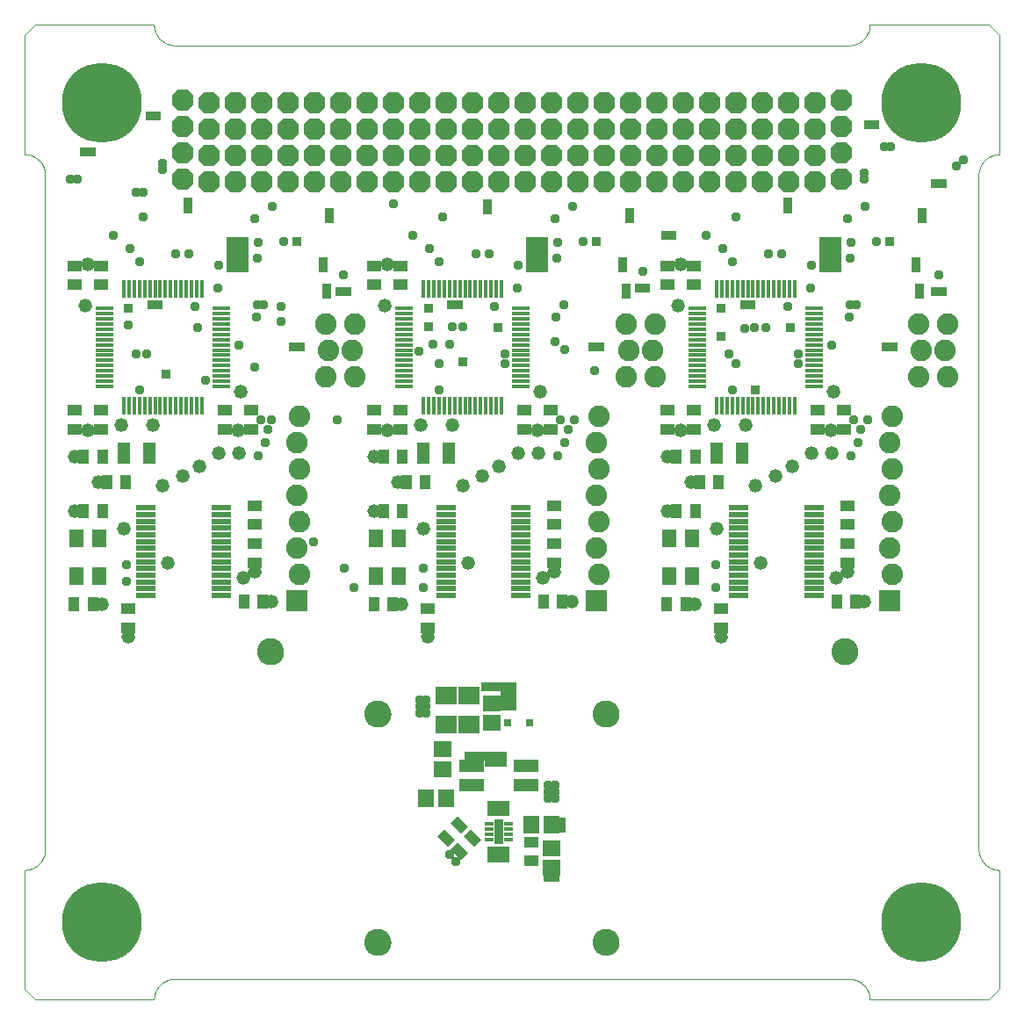
<source format=gbs>
G75*
%MOIN*%
%OFA0B0*%
%FSLAX25Y25*%
%IPPOS*%
%LPD*%
%AMOC8*
5,1,8,0,0,1.08239X$1,22.5*
%
%ADD10C,0.00000*%
%ADD11C,0.30328*%
%ADD12OC8,0.08200*%
%ADD13R,0.06902X0.01784*%
%ADD14R,0.01784X0.06902*%
%ADD15R,0.07690X0.02375*%
%ADD16R,0.04737X0.07887*%
%ADD17R,0.05524X0.03950*%
%ADD18R,0.03950X0.05524*%
%ADD19C,0.05200*%
%ADD20R,0.05721X0.07099*%
%ADD21R,0.01784X0.04737*%
%ADD22R,0.04737X0.01784*%
%ADD23R,0.08200X0.08200*%
%ADD24C,0.08200*%
%ADD25C,0.10209*%
%ADD26R,0.03202X0.09461*%
%ADD27R,0.03556X0.01784*%
%ADD28R,0.05918X0.06706*%
%ADD29R,0.06706X0.05918*%
%ADD30R,0.02769X0.02769*%
%ADD31R,0.09461X0.04737*%
%ADD32R,0.07887X0.07099*%
%ADD33C,0.03778*%
%ADD34R,0.03778X0.03778*%
D10*
X0087864Y0091801D02*
X0091801Y0087864D01*
X0137077Y0087864D01*
X0137079Y0088054D01*
X0137086Y0088244D01*
X0137098Y0088434D01*
X0137114Y0088624D01*
X0137134Y0088813D01*
X0137160Y0089002D01*
X0137189Y0089190D01*
X0137224Y0089377D01*
X0137263Y0089563D01*
X0137306Y0089748D01*
X0137354Y0089933D01*
X0137406Y0090116D01*
X0137462Y0090297D01*
X0137523Y0090477D01*
X0137589Y0090656D01*
X0137658Y0090833D01*
X0137732Y0091009D01*
X0137810Y0091182D01*
X0137893Y0091354D01*
X0137979Y0091523D01*
X0138069Y0091691D01*
X0138164Y0091856D01*
X0138262Y0092019D01*
X0138365Y0092179D01*
X0138471Y0092337D01*
X0138581Y0092492D01*
X0138694Y0092645D01*
X0138812Y0092795D01*
X0138933Y0092941D01*
X0139057Y0093085D01*
X0139185Y0093226D01*
X0139316Y0093364D01*
X0139451Y0093499D01*
X0139589Y0093630D01*
X0139730Y0093758D01*
X0139874Y0093882D01*
X0140020Y0094003D01*
X0140170Y0094121D01*
X0140323Y0094234D01*
X0140478Y0094344D01*
X0140636Y0094450D01*
X0140796Y0094553D01*
X0140959Y0094651D01*
X0141124Y0094746D01*
X0141292Y0094836D01*
X0141461Y0094922D01*
X0141633Y0095005D01*
X0141806Y0095083D01*
X0141982Y0095157D01*
X0142159Y0095226D01*
X0142338Y0095292D01*
X0142518Y0095353D01*
X0142699Y0095409D01*
X0142882Y0095461D01*
X0143067Y0095509D01*
X0143252Y0095552D01*
X0143438Y0095591D01*
X0143625Y0095626D01*
X0143813Y0095655D01*
X0144002Y0095681D01*
X0144191Y0095701D01*
X0144381Y0095717D01*
X0144571Y0095729D01*
X0144761Y0095736D01*
X0144951Y0095738D01*
X0400856Y0095738D01*
X0401046Y0095736D01*
X0401236Y0095729D01*
X0401426Y0095717D01*
X0401616Y0095701D01*
X0401805Y0095681D01*
X0401994Y0095655D01*
X0402182Y0095626D01*
X0402369Y0095591D01*
X0402555Y0095552D01*
X0402740Y0095509D01*
X0402925Y0095461D01*
X0403108Y0095409D01*
X0403289Y0095353D01*
X0403469Y0095292D01*
X0403648Y0095226D01*
X0403825Y0095157D01*
X0404001Y0095083D01*
X0404174Y0095005D01*
X0404346Y0094922D01*
X0404515Y0094836D01*
X0404683Y0094746D01*
X0404848Y0094651D01*
X0405011Y0094553D01*
X0405171Y0094450D01*
X0405329Y0094344D01*
X0405484Y0094234D01*
X0405637Y0094121D01*
X0405787Y0094003D01*
X0405933Y0093882D01*
X0406077Y0093758D01*
X0406218Y0093630D01*
X0406356Y0093499D01*
X0406491Y0093364D01*
X0406622Y0093226D01*
X0406750Y0093085D01*
X0406874Y0092941D01*
X0406995Y0092795D01*
X0407113Y0092645D01*
X0407226Y0092492D01*
X0407336Y0092337D01*
X0407442Y0092179D01*
X0407545Y0092019D01*
X0407643Y0091856D01*
X0407738Y0091691D01*
X0407828Y0091523D01*
X0407914Y0091354D01*
X0407997Y0091182D01*
X0408075Y0091009D01*
X0408149Y0090833D01*
X0408218Y0090656D01*
X0408284Y0090477D01*
X0408345Y0090297D01*
X0408401Y0090116D01*
X0408453Y0089933D01*
X0408501Y0089748D01*
X0408544Y0089563D01*
X0408583Y0089377D01*
X0408618Y0089190D01*
X0408647Y0089002D01*
X0408673Y0088813D01*
X0408693Y0088624D01*
X0408709Y0088434D01*
X0408721Y0088244D01*
X0408728Y0088054D01*
X0408730Y0087864D01*
X0454006Y0087864D01*
X0457943Y0091801D01*
X0457943Y0137077D01*
X0457753Y0137079D01*
X0457563Y0137086D01*
X0457373Y0137098D01*
X0457183Y0137114D01*
X0456994Y0137134D01*
X0456805Y0137160D01*
X0456617Y0137189D01*
X0456430Y0137224D01*
X0456244Y0137263D01*
X0456059Y0137306D01*
X0455874Y0137354D01*
X0455691Y0137406D01*
X0455510Y0137462D01*
X0455330Y0137523D01*
X0455151Y0137589D01*
X0454974Y0137658D01*
X0454798Y0137732D01*
X0454625Y0137810D01*
X0454453Y0137893D01*
X0454284Y0137979D01*
X0454116Y0138069D01*
X0453951Y0138164D01*
X0453788Y0138262D01*
X0453628Y0138365D01*
X0453470Y0138471D01*
X0453315Y0138581D01*
X0453162Y0138694D01*
X0453012Y0138812D01*
X0452866Y0138933D01*
X0452722Y0139057D01*
X0452581Y0139185D01*
X0452443Y0139316D01*
X0452308Y0139451D01*
X0452177Y0139589D01*
X0452049Y0139730D01*
X0451925Y0139874D01*
X0451804Y0140020D01*
X0451686Y0140170D01*
X0451573Y0140323D01*
X0451463Y0140478D01*
X0451357Y0140636D01*
X0451254Y0140796D01*
X0451156Y0140959D01*
X0451061Y0141124D01*
X0450971Y0141292D01*
X0450885Y0141461D01*
X0450802Y0141633D01*
X0450724Y0141806D01*
X0450650Y0141982D01*
X0450581Y0142159D01*
X0450515Y0142338D01*
X0450454Y0142518D01*
X0450398Y0142699D01*
X0450346Y0142882D01*
X0450298Y0143067D01*
X0450255Y0143252D01*
X0450216Y0143438D01*
X0450181Y0143625D01*
X0450152Y0143813D01*
X0450126Y0144002D01*
X0450106Y0144191D01*
X0450090Y0144381D01*
X0450078Y0144571D01*
X0450071Y0144761D01*
X0450069Y0144951D01*
X0450069Y0400856D01*
X0450071Y0401046D01*
X0450078Y0401236D01*
X0450090Y0401426D01*
X0450106Y0401616D01*
X0450126Y0401805D01*
X0450152Y0401994D01*
X0450181Y0402182D01*
X0450216Y0402369D01*
X0450255Y0402555D01*
X0450298Y0402740D01*
X0450346Y0402925D01*
X0450398Y0403108D01*
X0450454Y0403289D01*
X0450515Y0403469D01*
X0450581Y0403648D01*
X0450650Y0403825D01*
X0450724Y0404001D01*
X0450802Y0404174D01*
X0450885Y0404346D01*
X0450971Y0404515D01*
X0451061Y0404683D01*
X0451156Y0404848D01*
X0451254Y0405011D01*
X0451357Y0405171D01*
X0451463Y0405329D01*
X0451573Y0405484D01*
X0451686Y0405637D01*
X0451804Y0405787D01*
X0451925Y0405933D01*
X0452049Y0406077D01*
X0452177Y0406218D01*
X0452308Y0406356D01*
X0452443Y0406491D01*
X0452581Y0406622D01*
X0452722Y0406750D01*
X0452866Y0406874D01*
X0453012Y0406995D01*
X0453162Y0407113D01*
X0453315Y0407226D01*
X0453470Y0407336D01*
X0453628Y0407442D01*
X0453788Y0407545D01*
X0453951Y0407643D01*
X0454116Y0407738D01*
X0454284Y0407828D01*
X0454453Y0407914D01*
X0454625Y0407997D01*
X0454798Y0408075D01*
X0454974Y0408149D01*
X0455151Y0408218D01*
X0455330Y0408284D01*
X0455510Y0408345D01*
X0455691Y0408401D01*
X0455874Y0408453D01*
X0456059Y0408501D01*
X0456244Y0408544D01*
X0456430Y0408583D01*
X0456617Y0408618D01*
X0456805Y0408647D01*
X0456994Y0408673D01*
X0457183Y0408693D01*
X0457373Y0408709D01*
X0457563Y0408721D01*
X0457753Y0408728D01*
X0457943Y0408730D01*
X0457943Y0454006D01*
X0454006Y0457943D01*
X0408730Y0457943D01*
X0408728Y0457753D01*
X0408721Y0457563D01*
X0408709Y0457373D01*
X0408693Y0457183D01*
X0408673Y0456994D01*
X0408647Y0456805D01*
X0408618Y0456617D01*
X0408583Y0456430D01*
X0408544Y0456244D01*
X0408501Y0456059D01*
X0408453Y0455874D01*
X0408401Y0455691D01*
X0408345Y0455510D01*
X0408284Y0455330D01*
X0408218Y0455151D01*
X0408149Y0454974D01*
X0408075Y0454798D01*
X0407997Y0454625D01*
X0407914Y0454453D01*
X0407828Y0454284D01*
X0407738Y0454116D01*
X0407643Y0453951D01*
X0407545Y0453788D01*
X0407442Y0453628D01*
X0407336Y0453470D01*
X0407226Y0453315D01*
X0407113Y0453162D01*
X0406995Y0453012D01*
X0406874Y0452866D01*
X0406750Y0452722D01*
X0406622Y0452581D01*
X0406491Y0452443D01*
X0406356Y0452308D01*
X0406218Y0452177D01*
X0406077Y0452049D01*
X0405933Y0451925D01*
X0405787Y0451804D01*
X0405637Y0451686D01*
X0405484Y0451573D01*
X0405329Y0451463D01*
X0405171Y0451357D01*
X0405011Y0451254D01*
X0404848Y0451156D01*
X0404683Y0451061D01*
X0404515Y0450971D01*
X0404346Y0450885D01*
X0404174Y0450802D01*
X0404001Y0450724D01*
X0403825Y0450650D01*
X0403648Y0450581D01*
X0403469Y0450515D01*
X0403289Y0450454D01*
X0403108Y0450398D01*
X0402925Y0450346D01*
X0402740Y0450298D01*
X0402555Y0450255D01*
X0402369Y0450216D01*
X0402182Y0450181D01*
X0401994Y0450152D01*
X0401805Y0450126D01*
X0401616Y0450106D01*
X0401426Y0450090D01*
X0401236Y0450078D01*
X0401046Y0450071D01*
X0400856Y0450069D01*
X0144951Y0450069D01*
X0144761Y0450071D01*
X0144571Y0450078D01*
X0144381Y0450090D01*
X0144191Y0450106D01*
X0144002Y0450126D01*
X0143813Y0450152D01*
X0143625Y0450181D01*
X0143438Y0450216D01*
X0143252Y0450255D01*
X0143067Y0450298D01*
X0142882Y0450346D01*
X0142699Y0450398D01*
X0142518Y0450454D01*
X0142338Y0450515D01*
X0142159Y0450581D01*
X0141982Y0450650D01*
X0141806Y0450724D01*
X0141633Y0450802D01*
X0141461Y0450885D01*
X0141292Y0450971D01*
X0141124Y0451061D01*
X0140959Y0451156D01*
X0140796Y0451254D01*
X0140636Y0451357D01*
X0140478Y0451463D01*
X0140323Y0451573D01*
X0140170Y0451686D01*
X0140020Y0451804D01*
X0139874Y0451925D01*
X0139730Y0452049D01*
X0139589Y0452177D01*
X0139451Y0452308D01*
X0139316Y0452443D01*
X0139185Y0452581D01*
X0139057Y0452722D01*
X0138933Y0452866D01*
X0138812Y0453012D01*
X0138694Y0453162D01*
X0138581Y0453315D01*
X0138471Y0453470D01*
X0138365Y0453628D01*
X0138262Y0453788D01*
X0138164Y0453951D01*
X0138069Y0454116D01*
X0137979Y0454284D01*
X0137893Y0454453D01*
X0137810Y0454625D01*
X0137732Y0454798D01*
X0137658Y0454974D01*
X0137589Y0455151D01*
X0137523Y0455330D01*
X0137462Y0455510D01*
X0137406Y0455691D01*
X0137354Y0455874D01*
X0137306Y0456059D01*
X0137263Y0456244D01*
X0137224Y0456430D01*
X0137189Y0456617D01*
X0137160Y0456805D01*
X0137134Y0456994D01*
X0137114Y0457183D01*
X0137098Y0457373D01*
X0137086Y0457563D01*
X0137079Y0457753D01*
X0137077Y0457943D01*
X0091801Y0457943D01*
X0087864Y0454006D01*
X0087864Y0408730D01*
X0088054Y0408728D01*
X0088244Y0408721D01*
X0088434Y0408709D01*
X0088624Y0408693D01*
X0088813Y0408673D01*
X0089002Y0408647D01*
X0089190Y0408618D01*
X0089377Y0408583D01*
X0089563Y0408544D01*
X0089748Y0408501D01*
X0089933Y0408453D01*
X0090116Y0408401D01*
X0090297Y0408345D01*
X0090477Y0408284D01*
X0090656Y0408218D01*
X0090833Y0408149D01*
X0091009Y0408075D01*
X0091182Y0407997D01*
X0091354Y0407914D01*
X0091523Y0407828D01*
X0091691Y0407738D01*
X0091856Y0407643D01*
X0092019Y0407545D01*
X0092179Y0407442D01*
X0092337Y0407336D01*
X0092492Y0407226D01*
X0092645Y0407113D01*
X0092795Y0406995D01*
X0092941Y0406874D01*
X0093085Y0406750D01*
X0093226Y0406622D01*
X0093364Y0406491D01*
X0093499Y0406356D01*
X0093630Y0406218D01*
X0093758Y0406077D01*
X0093882Y0405933D01*
X0094003Y0405787D01*
X0094121Y0405637D01*
X0094234Y0405484D01*
X0094344Y0405329D01*
X0094450Y0405171D01*
X0094553Y0405011D01*
X0094651Y0404848D01*
X0094746Y0404683D01*
X0094836Y0404515D01*
X0094922Y0404346D01*
X0095005Y0404174D01*
X0095083Y0404001D01*
X0095157Y0403825D01*
X0095226Y0403648D01*
X0095292Y0403469D01*
X0095353Y0403289D01*
X0095409Y0403108D01*
X0095461Y0402925D01*
X0095509Y0402740D01*
X0095552Y0402555D01*
X0095591Y0402369D01*
X0095626Y0402182D01*
X0095655Y0401994D01*
X0095681Y0401805D01*
X0095701Y0401616D01*
X0095717Y0401426D01*
X0095729Y0401236D01*
X0095736Y0401046D01*
X0095738Y0400856D01*
X0095738Y0144951D01*
X0095736Y0144761D01*
X0095729Y0144571D01*
X0095717Y0144381D01*
X0095701Y0144191D01*
X0095681Y0144002D01*
X0095655Y0143813D01*
X0095626Y0143625D01*
X0095591Y0143438D01*
X0095552Y0143252D01*
X0095509Y0143067D01*
X0095461Y0142882D01*
X0095409Y0142699D01*
X0095353Y0142518D01*
X0095292Y0142338D01*
X0095226Y0142159D01*
X0095157Y0141982D01*
X0095083Y0141806D01*
X0095005Y0141633D01*
X0094922Y0141461D01*
X0094836Y0141292D01*
X0094746Y0141124D01*
X0094651Y0140959D01*
X0094553Y0140796D01*
X0094450Y0140636D01*
X0094344Y0140478D01*
X0094234Y0140323D01*
X0094121Y0140170D01*
X0094003Y0140020D01*
X0093882Y0139874D01*
X0093758Y0139730D01*
X0093630Y0139589D01*
X0093499Y0139451D01*
X0093364Y0139316D01*
X0093226Y0139185D01*
X0093085Y0139057D01*
X0092941Y0138933D01*
X0092795Y0138812D01*
X0092645Y0138694D01*
X0092492Y0138581D01*
X0092337Y0138471D01*
X0092179Y0138365D01*
X0092019Y0138262D01*
X0091856Y0138164D01*
X0091691Y0138069D01*
X0091523Y0137979D01*
X0091354Y0137893D01*
X0091182Y0137810D01*
X0091009Y0137732D01*
X0090833Y0137658D01*
X0090656Y0137589D01*
X0090477Y0137523D01*
X0090297Y0137462D01*
X0090116Y0137406D01*
X0089933Y0137354D01*
X0089748Y0137306D01*
X0089563Y0137263D01*
X0089377Y0137224D01*
X0089190Y0137189D01*
X0089002Y0137160D01*
X0088813Y0137134D01*
X0088624Y0137114D01*
X0088434Y0137098D01*
X0088244Y0137086D01*
X0088054Y0137079D01*
X0087864Y0137077D01*
X0087864Y0091801D01*
X0217391Y0109596D02*
X0217393Y0109733D01*
X0217399Y0109870D01*
X0217409Y0110006D01*
X0217423Y0110142D01*
X0217441Y0110278D01*
X0217462Y0110413D01*
X0217488Y0110547D01*
X0217518Y0110681D01*
X0217551Y0110814D01*
X0217589Y0110945D01*
X0217630Y0111076D01*
X0217675Y0111205D01*
X0217723Y0111333D01*
X0217776Y0111460D01*
X0217832Y0111584D01*
X0217891Y0111708D01*
X0217955Y0111829D01*
X0218021Y0111948D01*
X0218091Y0112066D01*
X0218165Y0112181D01*
X0218242Y0112295D01*
X0218322Y0112406D01*
X0218405Y0112514D01*
X0218492Y0112620D01*
X0218581Y0112724D01*
X0218674Y0112825D01*
X0218769Y0112923D01*
X0218867Y0113018D01*
X0218968Y0113111D01*
X0219072Y0113200D01*
X0219178Y0113287D01*
X0219286Y0113370D01*
X0219397Y0113450D01*
X0219511Y0113527D01*
X0219626Y0113601D01*
X0219743Y0113671D01*
X0219863Y0113737D01*
X0219984Y0113801D01*
X0220108Y0113860D01*
X0220232Y0113916D01*
X0220359Y0113969D01*
X0220487Y0114017D01*
X0220616Y0114062D01*
X0220747Y0114103D01*
X0220878Y0114141D01*
X0221011Y0114174D01*
X0221145Y0114204D01*
X0221279Y0114230D01*
X0221414Y0114251D01*
X0221550Y0114269D01*
X0221686Y0114283D01*
X0221822Y0114293D01*
X0221959Y0114299D01*
X0222096Y0114301D01*
X0222233Y0114299D01*
X0222370Y0114293D01*
X0222506Y0114283D01*
X0222642Y0114269D01*
X0222778Y0114251D01*
X0222913Y0114230D01*
X0223047Y0114204D01*
X0223181Y0114174D01*
X0223314Y0114141D01*
X0223445Y0114103D01*
X0223576Y0114062D01*
X0223705Y0114017D01*
X0223833Y0113969D01*
X0223960Y0113916D01*
X0224084Y0113860D01*
X0224208Y0113801D01*
X0224329Y0113737D01*
X0224448Y0113671D01*
X0224566Y0113601D01*
X0224681Y0113527D01*
X0224795Y0113450D01*
X0224906Y0113370D01*
X0225014Y0113287D01*
X0225120Y0113200D01*
X0225224Y0113111D01*
X0225325Y0113018D01*
X0225423Y0112923D01*
X0225518Y0112825D01*
X0225611Y0112724D01*
X0225700Y0112620D01*
X0225787Y0112514D01*
X0225870Y0112406D01*
X0225950Y0112295D01*
X0226027Y0112181D01*
X0226101Y0112066D01*
X0226171Y0111948D01*
X0226237Y0111829D01*
X0226301Y0111708D01*
X0226360Y0111584D01*
X0226416Y0111460D01*
X0226469Y0111333D01*
X0226517Y0111205D01*
X0226562Y0111076D01*
X0226603Y0110945D01*
X0226641Y0110814D01*
X0226674Y0110681D01*
X0226704Y0110547D01*
X0226730Y0110413D01*
X0226751Y0110278D01*
X0226769Y0110142D01*
X0226783Y0110006D01*
X0226793Y0109870D01*
X0226799Y0109733D01*
X0226801Y0109596D01*
X0226799Y0109459D01*
X0226793Y0109322D01*
X0226783Y0109186D01*
X0226769Y0109050D01*
X0226751Y0108914D01*
X0226730Y0108779D01*
X0226704Y0108645D01*
X0226674Y0108511D01*
X0226641Y0108378D01*
X0226603Y0108247D01*
X0226562Y0108116D01*
X0226517Y0107987D01*
X0226469Y0107859D01*
X0226416Y0107732D01*
X0226360Y0107608D01*
X0226301Y0107484D01*
X0226237Y0107363D01*
X0226171Y0107243D01*
X0226101Y0107126D01*
X0226027Y0107011D01*
X0225950Y0106897D01*
X0225870Y0106786D01*
X0225787Y0106678D01*
X0225700Y0106572D01*
X0225611Y0106468D01*
X0225518Y0106367D01*
X0225423Y0106269D01*
X0225325Y0106174D01*
X0225224Y0106081D01*
X0225120Y0105992D01*
X0225014Y0105905D01*
X0224906Y0105822D01*
X0224795Y0105742D01*
X0224681Y0105665D01*
X0224566Y0105591D01*
X0224449Y0105521D01*
X0224329Y0105455D01*
X0224208Y0105391D01*
X0224084Y0105332D01*
X0223960Y0105276D01*
X0223833Y0105223D01*
X0223705Y0105175D01*
X0223576Y0105130D01*
X0223445Y0105089D01*
X0223314Y0105051D01*
X0223181Y0105018D01*
X0223047Y0104988D01*
X0222913Y0104962D01*
X0222778Y0104941D01*
X0222642Y0104923D01*
X0222506Y0104909D01*
X0222370Y0104899D01*
X0222233Y0104893D01*
X0222096Y0104891D01*
X0221959Y0104893D01*
X0221822Y0104899D01*
X0221686Y0104909D01*
X0221550Y0104923D01*
X0221414Y0104941D01*
X0221279Y0104962D01*
X0221145Y0104988D01*
X0221011Y0105018D01*
X0220878Y0105051D01*
X0220747Y0105089D01*
X0220616Y0105130D01*
X0220487Y0105175D01*
X0220359Y0105223D01*
X0220232Y0105276D01*
X0220108Y0105332D01*
X0219984Y0105391D01*
X0219863Y0105455D01*
X0219743Y0105521D01*
X0219626Y0105591D01*
X0219511Y0105665D01*
X0219397Y0105742D01*
X0219286Y0105822D01*
X0219178Y0105905D01*
X0219072Y0105992D01*
X0218968Y0106081D01*
X0218867Y0106174D01*
X0218769Y0106269D01*
X0218674Y0106367D01*
X0218581Y0106468D01*
X0218492Y0106572D01*
X0218405Y0106678D01*
X0218322Y0106786D01*
X0218242Y0106897D01*
X0218165Y0107011D01*
X0218091Y0107126D01*
X0218021Y0107243D01*
X0217955Y0107363D01*
X0217891Y0107484D01*
X0217832Y0107608D01*
X0217776Y0107732D01*
X0217723Y0107859D01*
X0217675Y0107987D01*
X0217630Y0108116D01*
X0217589Y0108247D01*
X0217551Y0108378D01*
X0217518Y0108511D01*
X0217488Y0108645D01*
X0217462Y0108779D01*
X0217441Y0108914D01*
X0217423Y0109050D01*
X0217409Y0109186D01*
X0217399Y0109322D01*
X0217393Y0109459D01*
X0217391Y0109596D01*
X0217391Y0196211D02*
X0217393Y0196348D01*
X0217399Y0196485D01*
X0217409Y0196621D01*
X0217423Y0196757D01*
X0217441Y0196893D01*
X0217462Y0197028D01*
X0217488Y0197162D01*
X0217518Y0197296D01*
X0217551Y0197429D01*
X0217589Y0197560D01*
X0217630Y0197691D01*
X0217675Y0197820D01*
X0217723Y0197948D01*
X0217776Y0198075D01*
X0217832Y0198199D01*
X0217891Y0198323D01*
X0217955Y0198444D01*
X0218021Y0198563D01*
X0218091Y0198681D01*
X0218165Y0198796D01*
X0218242Y0198910D01*
X0218322Y0199021D01*
X0218405Y0199129D01*
X0218492Y0199235D01*
X0218581Y0199339D01*
X0218674Y0199440D01*
X0218769Y0199538D01*
X0218867Y0199633D01*
X0218968Y0199726D01*
X0219072Y0199815D01*
X0219178Y0199902D01*
X0219286Y0199985D01*
X0219397Y0200065D01*
X0219511Y0200142D01*
X0219626Y0200216D01*
X0219743Y0200286D01*
X0219863Y0200352D01*
X0219984Y0200416D01*
X0220108Y0200475D01*
X0220232Y0200531D01*
X0220359Y0200584D01*
X0220487Y0200632D01*
X0220616Y0200677D01*
X0220747Y0200718D01*
X0220878Y0200756D01*
X0221011Y0200789D01*
X0221145Y0200819D01*
X0221279Y0200845D01*
X0221414Y0200866D01*
X0221550Y0200884D01*
X0221686Y0200898D01*
X0221822Y0200908D01*
X0221959Y0200914D01*
X0222096Y0200916D01*
X0222233Y0200914D01*
X0222370Y0200908D01*
X0222506Y0200898D01*
X0222642Y0200884D01*
X0222778Y0200866D01*
X0222913Y0200845D01*
X0223047Y0200819D01*
X0223181Y0200789D01*
X0223314Y0200756D01*
X0223445Y0200718D01*
X0223576Y0200677D01*
X0223705Y0200632D01*
X0223833Y0200584D01*
X0223960Y0200531D01*
X0224084Y0200475D01*
X0224208Y0200416D01*
X0224329Y0200352D01*
X0224448Y0200286D01*
X0224566Y0200216D01*
X0224681Y0200142D01*
X0224795Y0200065D01*
X0224906Y0199985D01*
X0225014Y0199902D01*
X0225120Y0199815D01*
X0225224Y0199726D01*
X0225325Y0199633D01*
X0225423Y0199538D01*
X0225518Y0199440D01*
X0225611Y0199339D01*
X0225700Y0199235D01*
X0225787Y0199129D01*
X0225870Y0199021D01*
X0225950Y0198910D01*
X0226027Y0198796D01*
X0226101Y0198681D01*
X0226171Y0198563D01*
X0226237Y0198444D01*
X0226301Y0198323D01*
X0226360Y0198199D01*
X0226416Y0198075D01*
X0226469Y0197948D01*
X0226517Y0197820D01*
X0226562Y0197691D01*
X0226603Y0197560D01*
X0226641Y0197429D01*
X0226674Y0197296D01*
X0226704Y0197162D01*
X0226730Y0197028D01*
X0226751Y0196893D01*
X0226769Y0196757D01*
X0226783Y0196621D01*
X0226793Y0196485D01*
X0226799Y0196348D01*
X0226801Y0196211D01*
X0226799Y0196074D01*
X0226793Y0195937D01*
X0226783Y0195801D01*
X0226769Y0195665D01*
X0226751Y0195529D01*
X0226730Y0195394D01*
X0226704Y0195260D01*
X0226674Y0195126D01*
X0226641Y0194993D01*
X0226603Y0194862D01*
X0226562Y0194731D01*
X0226517Y0194602D01*
X0226469Y0194474D01*
X0226416Y0194347D01*
X0226360Y0194223D01*
X0226301Y0194099D01*
X0226237Y0193978D01*
X0226171Y0193858D01*
X0226101Y0193741D01*
X0226027Y0193626D01*
X0225950Y0193512D01*
X0225870Y0193401D01*
X0225787Y0193293D01*
X0225700Y0193187D01*
X0225611Y0193083D01*
X0225518Y0192982D01*
X0225423Y0192884D01*
X0225325Y0192789D01*
X0225224Y0192696D01*
X0225120Y0192607D01*
X0225014Y0192520D01*
X0224906Y0192437D01*
X0224795Y0192357D01*
X0224681Y0192280D01*
X0224566Y0192206D01*
X0224449Y0192136D01*
X0224329Y0192070D01*
X0224208Y0192006D01*
X0224084Y0191947D01*
X0223960Y0191891D01*
X0223833Y0191838D01*
X0223705Y0191790D01*
X0223576Y0191745D01*
X0223445Y0191704D01*
X0223314Y0191666D01*
X0223181Y0191633D01*
X0223047Y0191603D01*
X0222913Y0191577D01*
X0222778Y0191556D01*
X0222642Y0191538D01*
X0222506Y0191524D01*
X0222370Y0191514D01*
X0222233Y0191508D01*
X0222096Y0191506D01*
X0221959Y0191508D01*
X0221822Y0191514D01*
X0221686Y0191524D01*
X0221550Y0191538D01*
X0221414Y0191556D01*
X0221279Y0191577D01*
X0221145Y0191603D01*
X0221011Y0191633D01*
X0220878Y0191666D01*
X0220747Y0191704D01*
X0220616Y0191745D01*
X0220487Y0191790D01*
X0220359Y0191838D01*
X0220232Y0191891D01*
X0220108Y0191947D01*
X0219984Y0192006D01*
X0219863Y0192070D01*
X0219743Y0192136D01*
X0219626Y0192206D01*
X0219511Y0192280D01*
X0219397Y0192357D01*
X0219286Y0192437D01*
X0219178Y0192520D01*
X0219072Y0192607D01*
X0218968Y0192696D01*
X0218867Y0192789D01*
X0218769Y0192884D01*
X0218674Y0192982D01*
X0218581Y0193083D01*
X0218492Y0193187D01*
X0218405Y0193293D01*
X0218322Y0193401D01*
X0218242Y0193512D01*
X0218165Y0193626D01*
X0218091Y0193741D01*
X0218021Y0193858D01*
X0217955Y0193978D01*
X0217891Y0194099D01*
X0217832Y0194223D01*
X0217776Y0194347D01*
X0217723Y0194474D01*
X0217675Y0194602D01*
X0217630Y0194731D01*
X0217589Y0194862D01*
X0217551Y0194993D01*
X0217518Y0195126D01*
X0217488Y0195260D01*
X0217462Y0195394D01*
X0217441Y0195529D01*
X0217423Y0195665D01*
X0217409Y0195801D01*
X0217399Y0195937D01*
X0217393Y0196074D01*
X0217391Y0196211D01*
X0176643Y0219833D02*
X0176645Y0219970D01*
X0176651Y0220107D01*
X0176661Y0220243D01*
X0176675Y0220379D01*
X0176693Y0220515D01*
X0176714Y0220650D01*
X0176740Y0220784D01*
X0176770Y0220918D01*
X0176803Y0221051D01*
X0176841Y0221182D01*
X0176882Y0221313D01*
X0176927Y0221442D01*
X0176975Y0221570D01*
X0177028Y0221697D01*
X0177084Y0221821D01*
X0177143Y0221945D01*
X0177207Y0222066D01*
X0177273Y0222185D01*
X0177343Y0222303D01*
X0177417Y0222418D01*
X0177494Y0222532D01*
X0177574Y0222643D01*
X0177657Y0222751D01*
X0177744Y0222857D01*
X0177833Y0222961D01*
X0177926Y0223062D01*
X0178021Y0223160D01*
X0178119Y0223255D01*
X0178220Y0223348D01*
X0178324Y0223437D01*
X0178430Y0223524D01*
X0178538Y0223607D01*
X0178649Y0223687D01*
X0178763Y0223764D01*
X0178878Y0223838D01*
X0178995Y0223908D01*
X0179115Y0223974D01*
X0179236Y0224038D01*
X0179360Y0224097D01*
X0179484Y0224153D01*
X0179611Y0224206D01*
X0179739Y0224254D01*
X0179868Y0224299D01*
X0179999Y0224340D01*
X0180130Y0224378D01*
X0180263Y0224411D01*
X0180397Y0224441D01*
X0180531Y0224467D01*
X0180666Y0224488D01*
X0180802Y0224506D01*
X0180938Y0224520D01*
X0181074Y0224530D01*
X0181211Y0224536D01*
X0181348Y0224538D01*
X0181485Y0224536D01*
X0181622Y0224530D01*
X0181758Y0224520D01*
X0181894Y0224506D01*
X0182030Y0224488D01*
X0182165Y0224467D01*
X0182299Y0224441D01*
X0182433Y0224411D01*
X0182566Y0224378D01*
X0182697Y0224340D01*
X0182828Y0224299D01*
X0182957Y0224254D01*
X0183085Y0224206D01*
X0183212Y0224153D01*
X0183336Y0224097D01*
X0183460Y0224038D01*
X0183581Y0223974D01*
X0183700Y0223908D01*
X0183818Y0223838D01*
X0183933Y0223764D01*
X0184047Y0223687D01*
X0184158Y0223607D01*
X0184266Y0223524D01*
X0184372Y0223437D01*
X0184476Y0223348D01*
X0184577Y0223255D01*
X0184675Y0223160D01*
X0184770Y0223062D01*
X0184863Y0222961D01*
X0184952Y0222857D01*
X0185039Y0222751D01*
X0185122Y0222643D01*
X0185202Y0222532D01*
X0185279Y0222418D01*
X0185353Y0222303D01*
X0185423Y0222185D01*
X0185489Y0222066D01*
X0185553Y0221945D01*
X0185612Y0221821D01*
X0185668Y0221697D01*
X0185721Y0221570D01*
X0185769Y0221442D01*
X0185814Y0221313D01*
X0185855Y0221182D01*
X0185893Y0221051D01*
X0185926Y0220918D01*
X0185956Y0220784D01*
X0185982Y0220650D01*
X0186003Y0220515D01*
X0186021Y0220379D01*
X0186035Y0220243D01*
X0186045Y0220107D01*
X0186051Y0219970D01*
X0186053Y0219833D01*
X0186051Y0219696D01*
X0186045Y0219559D01*
X0186035Y0219423D01*
X0186021Y0219287D01*
X0186003Y0219151D01*
X0185982Y0219016D01*
X0185956Y0218882D01*
X0185926Y0218748D01*
X0185893Y0218615D01*
X0185855Y0218484D01*
X0185814Y0218353D01*
X0185769Y0218224D01*
X0185721Y0218096D01*
X0185668Y0217969D01*
X0185612Y0217845D01*
X0185553Y0217721D01*
X0185489Y0217600D01*
X0185423Y0217480D01*
X0185353Y0217363D01*
X0185279Y0217248D01*
X0185202Y0217134D01*
X0185122Y0217023D01*
X0185039Y0216915D01*
X0184952Y0216809D01*
X0184863Y0216705D01*
X0184770Y0216604D01*
X0184675Y0216506D01*
X0184577Y0216411D01*
X0184476Y0216318D01*
X0184372Y0216229D01*
X0184266Y0216142D01*
X0184158Y0216059D01*
X0184047Y0215979D01*
X0183933Y0215902D01*
X0183818Y0215828D01*
X0183701Y0215758D01*
X0183581Y0215692D01*
X0183460Y0215628D01*
X0183336Y0215569D01*
X0183212Y0215513D01*
X0183085Y0215460D01*
X0182957Y0215412D01*
X0182828Y0215367D01*
X0182697Y0215326D01*
X0182566Y0215288D01*
X0182433Y0215255D01*
X0182299Y0215225D01*
X0182165Y0215199D01*
X0182030Y0215178D01*
X0181894Y0215160D01*
X0181758Y0215146D01*
X0181622Y0215136D01*
X0181485Y0215130D01*
X0181348Y0215128D01*
X0181211Y0215130D01*
X0181074Y0215136D01*
X0180938Y0215146D01*
X0180802Y0215160D01*
X0180666Y0215178D01*
X0180531Y0215199D01*
X0180397Y0215225D01*
X0180263Y0215255D01*
X0180130Y0215288D01*
X0179999Y0215326D01*
X0179868Y0215367D01*
X0179739Y0215412D01*
X0179611Y0215460D01*
X0179484Y0215513D01*
X0179360Y0215569D01*
X0179236Y0215628D01*
X0179115Y0215692D01*
X0178995Y0215758D01*
X0178878Y0215828D01*
X0178763Y0215902D01*
X0178649Y0215979D01*
X0178538Y0216059D01*
X0178430Y0216142D01*
X0178324Y0216229D01*
X0178220Y0216318D01*
X0178119Y0216411D01*
X0178021Y0216506D01*
X0177926Y0216604D01*
X0177833Y0216705D01*
X0177744Y0216809D01*
X0177657Y0216915D01*
X0177574Y0217023D01*
X0177494Y0217134D01*
X0177417Y0217248D01*
X0177343Y0217363D01*
X0177273Y0217480D01*
X0177207Y0217600D01*
X0177143Y0217721D01*
X0177084Y0217845D01*
X0177028Y0217969D01*
X0176975Y0218096D01*
X0176927Y0218224D01*
X0176882Y0218353D01*
X0176841Y0218484D01*
X0176803Y0218615D01*
X0176770Y0218748D01*
X0176740Y0218882D01*
X0176714Y0219016D01*
X0176693Y0219151D01*
X0176675Y0219287D01*
X0176661Y0219423D01*
X0176651Y0219559D01*
X0176645Y0219696D01*
X0176643Y0219833D01*
X0304006Y0196211D02*
X0304008Y0196348D01*
X0304014Y0196485D01*
X0304024Y0196621D01*
X0304038Y0196757D01*
X0304056Y0196893D01*
X0304077Y0197028D01*
X0304103Y0197162D01*
X0304133Y0197296D01*
X0304166Y0197429D01*
X0304204Y0197560D01*
X0304245Y0197691D01*
X0304290Y0197820D01*
X0304338Y0197948D01*
X0304391Y0198075D01*
X0304447Y0198199D01*
X0304506Y0198323D01*
X0304570Y0198444D01*
X0304636Y0198563D01*
X0304706Y0198681D01*
X0304780Y0198796D01*
X0304857Y0198910D01*
X0304937Y0199021D01*
X0305020Y0199129D01*
X0305107Y0199235D01*
X0305196Y0199339D01*
X0305289Y0199440D01*
X0305384Y0199538D01*
X0305482Y0199633D01*
X0305583Y0199726D01*
X0305687Y0199815D01*
X0305793Y0199902D01*
X0305901Y0199985D01*
X0306012Y0200065D01*
X0306126Y0200142D01*
X0306241Y0200216D01*
X0306358Y0200286D01*
X0306478Y0200352D01*
X0306599Y0200416D01*
X0306723Y0200475D01*
X0306847Y0200531D01*
X0306974Y0200584D01*
X0307102Y0200632D01*
X0307231Y0200677D01*
X0307362Y0200718D01*
X0307493Y0200756D01*
X0307626Y0200789D01*
X0307760Y0200819D01*
X0307894Y0200845D01*
X0308029Y0200866D01*
X0308165Y0200884D01*
X0308301Y0200898D01*
X0308437Y0200908D01*
X0308574Y0200914D01*
X0308711Y0200916D01*
X0308848Y0200914D01*
X0308985Y0200908D01*
X0309121Y0200898D01*
X0309257Y0200884D01*
X0309393Y0200866D01*
X0309528Y0200845D01*
X0309662Y0200819D01*
X0309796Y0200789D01*
X0309929Y0200756D01*
X0310060Y0200718D01*
X0310191Y0200677D01*
X0310320Y0200632D01*
X0310448Y0200584D01*
X0310575Y0200531D01*
X0310699Y0200475D01*
X0310823Y0200416D01*
X0310944Y0200352D01*
X0311063Y0200286D01*
X0311181Y0200216D01*
X0311296Y0200142D01*
X0311410Y0200065D01*
X0311521Y0199985D01*
X0311629Y0199902D01*
X0311735Y0199815D01*
X0311839Y0199726D01*
X0311940Y0199633D01*
X0312038Y0199538D01*
X0312133Y0199440D01*
X0312226Y0199339D01*
X0312315Y0199235D01*
X0312402Y0199129D01*
X0312485Y0199021D01*
X0312565Y0198910D01*
X0312642Y0198796D01*
X0312716Y0198681D01*
X0312786Y0198563D01*
X0312852Y0198444D01*
X0312916Y0198323D01*
X0312975Y0198199D01*
X0313031Y0198075D01*
X0313084Y0197948D01*
X0313132Y0197820D01*
X0313177Y0197691D01*
X0313218Y0197560D01*
X0313256Y0197429D01*
X0313289Y0197296D01*
X0313319Y0197162D01*
X0313345Y0197028D01*
X0313366Y0196893D01*
X0313384Y0196757D01*
X0313398Y0196621D01*
X0313408Y0196485D01*
X0313414Y0196348D01*
X0313416Y0196211D01*
X0313414Y0196074D01*
X0313408Y0195937D01*
X0313398Y0195801D01*
X0313384Y0195665D01*
X0313366Y0195529D01*
X0313345Y0195394D01*
X0313319Y0195260D01*
X0313289Y0195126D01*
X0313256Y0194993D01*
X0313218Y0194862D01*
X0313177Y0194731D01*
X0313132Y0194602D01*
X0313084Y0194474D01*
X0313031Y0194347D01*
X0312975Y0194223D01*
X0312916Y0194099D01*
X0312852Y0193978D01*
X0312786Y0193858D01*
X0312716Y0193741D01*
X0312642Y0193626D01*
X0312565Y0193512D01*
X0312485Y0193401D01*
X0312402Y0193293D01*
X0312315Y0193187D01*
X0312226Y0193083D01*
X0312133Y0192982D01*
X0312038Y0192884D01*
X0311940Y0192789D01*
X0311839Y0192696D01*
X0311735Y0192607D01*
X0311629Y0192520D01*
X0311521Y0192437D01*
X0311410Y0192357D01*
X0311296Y0192280D01*
X0311181Y0192206D01*
X0311064Y0192136D01*
X0310944Y0192070D01*
X0310823Y0192006D01*
X0310699Y0191947D01*
X0310575Y0191891D01*
X0310448Y0191838D01*
X0310320Y0191790D01*
X0310191Y0191745D01*
X0310060Y0191704D01*
X0309929Y0191666D01*
X0309796Y0191633D01*
X0309662Y0191603D01*
X0309528Y0191577D01*
X0309393Y0191556D01*
X0309257Y0191538D01*
X0309121Y0191524D01*
X0308985Y0191514D01*
X0308848Y0191508D01*
X0308711Y0191506D01*
X0308574Y0191508D01*
X0308437Y0191514D01*
X0308301Y0191524D01*
X0308165Y0191538D01*
X0308029Y0191556D01*
X0307894Y0191577D01*
X0307760Y0191603D01*
X0307626Y0191633D01*
X0307493Y0191666D01*
X0307362Y0191704D01*
X0307231Y0191745D01*
X0307102Y0191790D01*
X0306974Y0191838D01*
X0306847Y0191891D01*
X0306723Y0191947D01*
X0306599Y0192006D01*
X0306478Y0192070D01*
X0306358Y0192136D01*
X0306241Y0192206D01*
X0306126Y0192280D01*
X0306012Y0192357D01*
X0305901Y0192437D01*
X0305793Y0192520D01*
X0305687Y0192607D01*
X0305583Y0192696D01*
X0305482Y0192789D01*
X0305384Y0192884D01*
X0305289Y0192982D01*
X0305196Y0193083D01*
X0305107Y0193187D01*
X0305020Y0193293D01*
X0304937Y0193401D01*
X0304857Y0193512D01*
X0304780Y0193626D01*
X0304706Y0193741D01*
X0304636Y0193858D01*
X0304570Y0193978D01*
X0304506Y0194099D01*
X0304447Y0194223D01*
X0304391Y0194347D01*
X0304338Y0194474D01*
X0304290Y0194602D01*
X0304245Y0194731D01*
X0304204Y0194862D01*
X0304166Y0194993D01*
X0304133Y0195126D01*
X0304103Y0195260D01*
X0304077Y0195394D01*
X0304056Y0195529D01*
X0304038Y0195665D01*
X0304024Y0195801D01*
X0304014Y0195937D01*
X0304008Y0196074D01*
X0304006Y0196211D01*
X0304006Y0109596D02*
X0304008Y0109733D01*
X0304014Y0109870D01*
X0304024Y0110006D01*
X0304038Y0110142D01*
X0304056Y0110278D01*
X0304077Y0110413D01*
X0304103Y0110547D01*
X0304133Y0110681D01*
X0304166Y0110814D01*
X0304204Y0110945D01*
X0304245Y0111076D01*
X0304290Y0111205D01*
X0304338Y0111333D01*
X0304391Y0111460D01*
X0304447Y0111584D01*
X0304506Y0111708D01*
X0304570Y0111829D01*
X0304636Y0111948D01*
X0304706Y0112066D01*
X0304780Y0112181D01*
X0304857Y0112295D01*
X0304937Y0112406D01*
X0305020Y0112514D01*
X0305107Y0112620D01*
X0305196Y0112724D01*
X0305289Y0112825D01*
X0305384Y0112923D01*
X0305482Y0113018D01*
X0305583Y0113111D01*
X0305687Y0113200D01*
X0305793Y0113287D01*
X0305901Y0113370D01*
X0306012Y0113450D01*
X0306126Y0113527D01*
X0306241Y0113601D01*
X0306358Y0113671D01*
X0306478Y0113737D01*
X0306599Y0113801D01*
X0306723Y0113860D01*
X0306847Y0113916D01*
X0306974Y0113969D01*
X0307102Y0114017D01*
X0307231Y0114062D01*
X0307362Y0114103D01*
X0307493Y0114141D01*
X0307626Y0114174D01*
X0307760Y0114204D01*
X0307894Y0114230D01*
X0308029Y0114251D01*
X0308165Y0114269D01*
X0308301Y0114283D01*
X0308437Y0114293D01*
X0308574Y0114299D01*
X0308711Y0114301D01*
X0308848Y0114299D01*
X0308985Y0114293D01*
X0309121Y0114283D01*
X0309257Y0114269D01*
X0309393Y0114251D01*
X0309528Y0114230D01*
X0309662Y0114204D01*
X0309796Y0114174D01*
X0309929Y0114141D01*
X0310060Y0114103D01*
X0310191Y0114062D01*
X0310320Y0114017D01*
X0310448Y0113969D01*
X0310575Y0113916D01*
X0310699Y0113860D01*
X0310823Y0113801D01*
X0310944Y0113737D01*
X0311063Y0113671D01*
X0311181Y0113601D01*
X0311296Y0113527D01*
X0311410Y0113450D01*
X0311521Y0113370D01*
X0311629Y0113287D01*
X0311735Y0113200D01*
X0311839Y0113111D01*
X0311940Y0113018D01*
X0312038Y0112923D01*
X0312133Y0112825D01*
X0312226Y0112724D01*
X0312315Y0112620D01*
X0312402Y0112514D01*
X0312485Y0112406D01*
X0312565Y0112295D01*
X0312642Y0112181D01*
X0312716Y0112066D01*
X0312786Y0111948D01*
X0312852Y0111829D01*
X0312916Y0111708D01*
X0312975Y0111584D01*
X0313031Y0111460D01*
X0313084Y0111333D01*
X0313132Y0111205D01*
X0313177Y0111076D01*
X0313218Y0110945D01*
X0313256Y0110814D01*
X0313289Y0110681D01*
X0313319Y0110547D01*
X0313345Y0110413D01*
X0313366Y0110278D01*
X0313384Y0110142D01*
X0313398Y0110006D01*
X0313408Y0109870D01*
X0313414Y0109733D01*
X0313416Y0109596D01*
X0313414Y0109459D01*
X0313408Y0109322D01*
X0313398Y0109186D01*
X0313384Y0109050D01*
X0313366Y0108914D01*
X0313345Y0108779D01*
X0313319Y0108645D01*
X0313289Y0108511D01*
X0313256Y0108378D01*
X0313218Y0108247D01*
X0313177Y0108116D01*
X0313132Y0107987D01*
X0313084Y0107859D01*
X0313031Y0107732D01*
X0312975Y0107608D01*
X0312916Y0107484D01*
X0312852Y0107363D01*
X0312786Y0107243D01*
X0312716Y0107126D01*
X0312642Y0107011D01*
X0312565Y0106897D01*
X0312485Y0106786D01*
X0312402Y0106678D01*
X0312315Y0106572D01*
X0312226Y0106468D01*
X0312133Y0106367D01*
X0312038Y0106269D01*
X0311940Y0106174D01*
X0311839Y0106081D01*
X0311735Y0105992D01*
X0311629Y0105905D01*
X0311521Y0105822D01*
X0311410Y0105742D01*
X0311296Y0105665D01*
X0311181Y0105591D01*
X0311064Y0105521D01*
X0310944Y0105455D01*
X0310823Y0105391D01*
X0310699Y0105332D01*
X0310575Y0105276D01*
X0310448Y0105223D01*
X0310320Y0105175D01*
X0310191Y0105130D01*
X0310060Y0105089D01*
X0309929Y0105051D01*
X0309796Y0105018D01*
X0309662Y0104988D01*
X0309528Y0104962D01*
X0309393Y0104941D01*
X0309257Y0104923D01*
X0309121Y0104909D01*
X0308985Y0104899D01*
X0308848Y0104893D01*
X0308711Y0104891D01*
X0308574Y0104893D01*
X0308437Y0104899D01*
X0308301Y0104909D01*
X0308165Y0104923D01*
X0308029Y0104941D01*
X0307894Y0104962D01*
X0307760Y0104988D01*
X0307626Y0105018D01*
X0307493Y0105051D01*
X0307362Y0105089D01*
X0307231Y0105130D01*
X0307102Y0105175D01*
X0306974Y0105223D01*
X0306847Y0105276D01*
X0306723Y0105332D01*
X0306599Y0105391D01*
X0306478Y0105455D01*
X0306358Y0105521D01*
X0306241Y0105591D01*
X0306126Y0105665D01*
X0306012Y0105742D01*
X0305901Y0105822D01*
X0305793Y0105905D01*
X0305687Y0105992D01*
X0305583Y0106081D01*
X0305482Y0106174D01*
X0305384Y0106269D01*
X0305289Y0106367D01*
X0305196Y0106468D01*
X0305107Y0106572D01*
X0305020Y0106678D01*
X0304937Y0106786D01*
X0304857Y0106897D01*
X0304780Y0107011D01*
X0304706Y0107126D01*
X0304636Y0107243D01*
X0304570Y0107363D01*
X0304506Y0107484D01*
X0304447Y0107608D01*
X0304391Y0107732D01*
X0304338Y0107859D01*
X0304290Y0107987D01*
X0304245Y0108116D01*
X0304204Y0108247D01*
X0304166Y0108378D01*
X0304133Y0108511D01*
X0304103Y0108645D01*
X0304077Y0108779D01*
X0304056Y0108914D01*
X0304038Y0109050D01*
X0304024Y0109186D01*
X0304014Y0109322D01*
X0304008Y0109459D01*
X0304006Y0109596D01*
X0394557Y0219833D02*
X0394559Y0219970D01*
X0394565Y0220107D01*
X0394575Y0220243D01*
X0394589Y0220379D01*
X0394607Y0220515D01*
X0394628Y0220650D01*
X0394654Y0220784D01*
X0394684Y0220918D01*
X0394717Y0221051D01*
X0394755Y0221182D01*
X0394796Y0221313D01*
X0394841Y0221442D01*
X0394889Y0221570D01*
X0394942Y0221697D01*
X0394998Y0221821D01*
X0395057Y0221945D01*
X0395121Y0222066D01*
X0395187Y0222185D01*
X0395257Y0222303D01*
X0395331Y0222418D01*
X0395408Y0222532D01*
X0395488Y0222643D01*
X0395571Y0222751D01*
X0395658Y0222857D01*
X0395747Y0222961D01*
X0395840Y0223062D01*
X0395935Y0223160D01*
X0396033Y0223255D01*
X0396134Y0223348D01*
X0396238Y0223437D01*
X0396344Y0223524D01*
X0396452Y0223607D01*
X0396563Y0223687D01*
X0396677Y0223764D01*
X0396792Y0223838D01*
X0396909Y0223908D01*
X0397029Y0223974D01*
X0397150Y0224038D01*
X0397274Y0224097D01*
X0397398Y0224153D01*
X0397525Y0224206D01*
X0397653Y0224254D01*
X0397782Y0224299D01*
X0397913Y0224340D01*
X0398044Y0224378D01*
X0398177Y0224411D01*
X0398311Y0224441D01*
X0398445Y0224467D01*
X0398580Y0224488D01*
X0398716Y0224506D01*
X0398852Y0224520D01*
X0398988Y0224530D01*
X0399125Y0224536D01*
X0399262Y0224538D01*
X0399399Y0224536D01*
X0399536Y0224530D01*
X0399672Y0224520D01*
X0399808Y0224506D01*
X0399944Y0224488D01*
X0400079Y0224467D01*
X0400213Y0224441D01*
X0400347Y0224411D01*
X0400480Y0224378D01*
X0400611Y0224340D01*
X0400742Y0224299D01*
X0400871Y0224254D01*
X0400999Y0224206D01*
X0401126Y0224153D01*
X0401250Y0224097D01*
X0401374Y0224038D01*
X0401495Y0223974D01*
X0401614Y0223908D01*
X0401732Y0223838D01*
X0401847Y0223764D01*
X0401961Y0223687D01*
X0402072Y0223607D01*
X0402180Y0223524D01*
X0402286Y0223437D01*
X0402390Y0223348D01*
X0402491Y0223255D01*
X0402589Y0223160D01*
X0402684Y0223062D01*
X0402777Y0222961D01*
X0402866Y0222857D01*
X0402953Y0222751D01*
X0403036Y0222643D01*
X0403116Y0222532D01*
X0403193Y0222418D01*
X0403267Y0222303D01*
X0403337Y0222185D01*
X0403403Y0222066D01*
X0403467Y0221945D01*
X0403526Y0221821D01*
X0403582Y0221697D01*
X0403635Y0221570D01*
X0403683Y0221442D01*
X0403728Y0221313D01*
X0403769Y0221182D01*
X0403807Y0221051D01*
X0403840Y0220918D01*
X0403870Y0220784D01*
X0403896Y0220650D01*
X0403917Y0220515D01*
X0403935Y0220379D01*
X0403949Y0220243D01*
X0403959Y0220107D01*
X0403965Y0219970D01*
X0403967Y0219833D01*
X0403965Y0219696D01*
X0403959Y0219559D01*
X0403949Y0219423D01*
X0403935Y0219287D01*
X0403917Y0219151D01*
X0403896Y0219016D01*
X0403870Y0218882D01*
X0403840Y0218748D01*
X0403807Y0218615D01*
X0403769Y0218484D01*
X0403728Y0218353D01*
X0403683Y0218224D01*
X0403635Y0218096D01*
X0403582Y0217969D01*
X0403526Y0217845D01*
X0403467Y0217721D01*
X0403403Y0217600D01*
X0403337Y0217480D01*
X0403267Y0217363D01*
X0403193Y0217248D01*
X0403116Y0217134D01*
X0403036Y0217023D01*
X0402953Y0216915D01*
X0402866Y0216809D01*
X0402777Y0216705D01*
X0402684Y0216604D01*
X0402589Y0216506D01*
X0402491Y0216411D01*
X0402390Y0216318D01*
X0402286Y0216229D01*
X0402180Y0216142D01*
X0402072Y0216059D01*
X0401961Y0215979D01*
X0401847Y0215902D01*
X0401732Y0215828D01*
X0401615Y0215758D01*
X0401495Y0215692D01*
X0401374Y0215628D01*
X0401250Y0215569D01*
X0401126Y0215513D01*
X0400999Y0215460D01*
X0400871Y0215412D01*
X0400742Y0215367D01*
X0400611Y0215326D01*
X0400480Y0215288D01*
X0400347Y0215255D01*
X0400213Y0215225D01*
X0400079Y0215199D01*
X0399944Y0215178D01*
X0399808Y0215160D01*
X0399672Y0215146D01*
X0399536Y0215136D01*
X0399399Y0215130D01*
X0399262Y0215128D01*
X0399125Y0215130D01*
X0398988Y0215136D01*
X0398852Y0215146D01*
X0398716Y0215160D01*
X0398580Y0215178D01*
X0398445Y0215199D01*
X0398311Y0215225D01*
X0398177Y0215255D01*
X0398044Y0215288D01*
X0397913Y0215326D01*
X0397782Y0215367D01*
X0397653Y0215412D01*
X0397525Y0215460D01*
X0397398Y0215513D01*
X0397274Y0215569D01*
X0397150Y0215628D01*
X0397029Y0215692D01*
X0396909Y0215758D01*
X0396792Y0215828D01*
X0396677Y0215902D01*
X0396563Y0215979D01*
X0396452Y0216059D01*
X0396344Y0216142D01*
X0396238Y0216229D01*
X0396134Y0216318D01*
X0396033Y0216411D01*
X0395935Y0216506D01*
X0395840Y0216604D01*
X0395747Y0216705D01*
X0395658Y0216809D01*
X0395571Y0216915D01*
X0395488Y0217023D01*
X0395408Y0217134D01*
X0395331Y0217248D01*
X0395257Y0217363D01*
X0395187Y0217480D01*
X0395121Y0217600D01*
X0395057Y0217721D01*
X0394998Y0217845D01*
X0394942Y0217969D01*
X0394889Y0218096D01*
X0394841Y0218224D01*
X0394796Y0218353D01*
X0394755Y0218484D01*
X0394717Y0218615D01*
X0394684Y0218748D01*
X0394654Y0218882D01*
X0394628Y0219016D01*
X0394607Y0219151D01*
X0394589Y0219287D01*
X0394575Y0219423D01*
X0394565Y0219559D01*
X0394559Y0219696D01*
X0394557Y0219833D01*
D11*
X0428415Y0117392D03*
X0117392Y0117392D03*
X0117392Y0428415D03*
X0428415Y0428415D03*
D12*
X0397904Y0429415D03*
X0387904Y0428415D03*
X0387904Y0418415D03*
X0397904Y0419415D03*
X0397904Y0409415D03*
X0387904Y0408415D03*
X0397904Y0399415D03*
X0387904Y0398415D03*
X0377904Y0398415D03*
X0377904Y0408415D03*
X0377904Y0418415D03*
X0377904Y0428415D03*
X0367904Y0428415D03*
X0367904Y0418415D03*
X0367904Y0408415D03*
X0367904Y0398415D03*
X0357904Y0398415D03*
X0357904Y0408415D03*
X0357904Y0418415D03*
X0357904Y0428415D03*
X0347904Y0428415D03*
X0347904Y0418415D03*
X0347904Y0408415D03*
X0347904Y0398415D03*
X0337904Y0398415D03*
X0327904Y0398415D03*
X0327904Y0408415D03*
X0337904Y0408415D03*
X0337904Y0418415D03*
X0327904Y0418415D03*
X0327904Y0428415D03*
X0337904Y0428415D03*
X0317904Y0428415D03*
X0317904Y0418415D03*
X0317904Y0408415D03*
X0317904Y0398415D03*
X0307904Y0398415D03*
X0307904Y0408415D03*
X0307904Y0418415D03*
X0307904Y0428415D03*
X0297904Y0428415D03*
X0297904Y0418415D03*
X0297904Y0408415D03*
X0297904Y0398415D03*
X0287904Y0398415D03*
X0287904Y0408415D03*
X0287904Y0418415D03*
X0287904Y0428415D03*
X0277904Y0428415D03*
X0267904Y0428415D03*
X0267904Y0418415D03*
X0277904Y0418415D03*
X0277904Y0408415D03*
X0267904Y0408415D03*
X0267904Y0398415D03*
X0277904Y0398415D03*
X0257904Y0398415D03*
X0257904Y0408415D03*
X0257904Y0418415D03*
X0257904Y0428415D03*
X0247904Y0428415D03*
X0247904Y0418415D03*
X0247904Y0408415D03*
X0247904Y0398415D03*
X0237904Y0398415D03*
X0237904Y0408415D03*
X0237904Y0418415D03*
X0237904Y0428415D03*
X0227904Y0428415D03*
X0227904Y0418415D03*
X0227904Y0408415D03*
X0227904Y0398415D03*
X0217904Y0398415D03*
X0207904Y0398415D03*
X0207904Y0408415D03*
X0217904Y0408415D03*
X0217904Y0418415D03*
X0207904Y0418415D03*
X0207904Y0428415D03*
X0217904Y0428415D03*
X0197904Y0428415D03*
X0197904Y0418415D03*
X0197904Y0408415D03*
X0197904Y0398415D03*
X0187904Y0398415D03*
X0187904Y0408415D03*
X0187904Y0418415D03*
X0187904Y0428415D03*
X0177904Y0428415D03*
X0177904Y0418415D03*
X0177904Y0408415D03*
X0177904Y0398415D03*
X0167904Y0398415D03*
X0167904Y0408415D03*
X0167904Y0418415D03*
X0167904Y0428415D03*
X0157904Y0428415D03*
X0147904Y0429415D03*
X0147904Y0419415D03*
X0147904Y0409415D03*
X0157904Y0408415D03*
X0147904Y0399415D03*
X0157904Y0398415D03*
X0157904Y0418415D03*
D13*
X0162451Y0350167D03*
X0162451Y0348199D03*
X0162451Y0346230D03*
X0162451Y0344262D03*
X0162451Y0342293D03*
X0162451Y0340325D03*
X0162451Y0338356D03*
X0162451Y0336388D03*
X0162451Y0334419D03*
X0162451Y0332451D03*
X0162451Y0330482D03*
X0162451Y0328514D03*
X0162451Y0326545D03*
X0162451Y0324577D03*
X0162451Y0322608D03*
X0162451Y0320640D03*
X0118356Y0320640D03*
X0118356Y0322608D03*
X0118356Y0324577D03*
X0118356Y0326545D03*
X0118356Y0328514D03*
X0118356Y0330482D03*
X0118356Y0332451D03*
X0118356Y0334419D03*
X0118356Y0336388D03*
X0118356Y0338356D03*
X0118356Y0340325D03*
X0118356Y0342293D03*
X0118356Y0344262D03*
X0118356Y0346230D03*
X0118356Y0348199D03*
X0118356Y0350167D03*
X0232106Y0350167D03*
X0232106Y0348199D03*
X0232106Y0346230D03*
X0232106Y0344262D03*
X0232106Y0342293D03*
X0232106Y0340325D03*
X0232106Y0338356D03*
X0232106Y0336388D03*
X0232106Y0334419D03*
X0232106Y0332451D03*
X0232106Y0330482D03*
X0232106Y0328514D03*
X0232106Y0326545D03*
X0232106Y0324577D03*
X0232106Y0322608D03*
X0232106Y0320640D03*
X0276201Y0320640D03*
X0276201Y0322608D03*
X0276201Y0324577D03*
X0276201Y0326545D03*
X0276201Y0328514D03*
X0276201Y0330482D03*
X0276201Y0332451D03*
X0276201Y0334419D03*
X0276201Y0336388D03*
X0276201Y0338356D03*
X0276201Y0340325D03*
X0276201Y0342293D03*
X0276201Y0344262D03*
X0276201Y0346230D03*
X0276201Y0348199D03*
X0276201Y0350167D03*
X0343356Y0350167D03*
X0343356Y0348199D03*
X0343356Y0346230D03*
X0343356Y0344262D03*
X0343356Y0342293D03*
X0343356Y0340325D03*
X0343356Y0338356D03*
X0343356Y0336388D03*
X0343356Y0334419D03*
X0343356Y0332451D03*
X0343356Y0330482D03*
X0343356Y0328514D03*
X0343356Y0326545D03*
X0343356Y0324577D03*
X0343356Y0322608D03*
X0343356Y0320640D03*
X0387451Y0320640D03*
X0387451Y0322608D03*
X0387451Y0324577D03*
X0387451Y0326545D03*
X0387451Y0328514D03*
X0387451Y0330482D03*
X0387451Y0332451D03*
X0387451Y0334419D03*
X0387451Y0336388D03*
X0387451Y0338356D03*
X0387451Y0340325D03*
X0387451Y0342293D03*
X0387451Y0344262D03*
X0387451Y0346230D03*
X0387451Y0348199D03*
X0387451Y0350167D03*
D14*
X0380167Y0357451D03*
X0378199Y0357451D03*
X0376230Y0357451D03*
X0374262Y0357451D03*
X0372293Y0357451D03*
X0370325Y0357451D03*
X0368356Y0357451D03*
X0366388Y0357451D03*
X0364419Y0357451D03*
X0362451Y0357451D03*
X0360482Y0357451D03*
X0358514Y0357451D03*
X0356545Y0357451D03*
X0354577Y0357451D03*
X0352608Y0357451D03*
X0350640Y0357451D03*
X0350640Y0313356D03*
X0352608Y0313356D03*
X0354577Y0313356D03*
X0356545Y0313356D03*
X0358514Y0313356D03*
X0360482Y0313356D03*
X0362451Y0313356D03*
X0364419Y0313356D03*
X0366388Y0313356D03*
X0368356Y0313356D03*
X0370325Y0313356D03*
X0372293Y0313356D03*
X0374262Y0313356D03*
X0376230Y0313356D03*
X0378199Y0313356D03*
X0380167Y0313356D03*
X0268917Y0313356D03*
X0266949Y0313356D03*
X0264980Y0313356D03*
X0263012Y0313356D03*
X0261043Y0313356D03*
X0259075Y0313356D03*
X0257106Y0313356D03*
X0255138Y0313356D03*
X0253169Y0313356D03*
X0251201Y0313356D03*
X0249232Y0313356D03*
X0247264Y0313356D03*
X0245295Y0313356D03*
X0243327Y0313356D03*
X0241358Y0313356D03*
X0239390Y0313356D03*
X0239390Y0357451D03*
X0241358Y0357451D03*
X0243327Y0357451D03*
X0245295Y0357451D03*
X0247264Y0357451D03*
X0249232Y0357451D03*
X0251201Y0357451D03*
X0253169Y0357451D03*
X0255138Y0357451D03*
X0257106Y0357451D03*
X0259075Y0357451D03*
X0261043Y0357451D03*
X0263012Y0357451D03*
X0264980Y0357451D03*
X0266949Y0357451D03*
X0268917Y0357451D03*
X0155167Y0357451D03*
X0153199Y0357451D03*
X0151230Y0357451D03*
X0149262Y0357451D03*
X0147293Y0357451D03*
X0145325Y0357451D03*
X0143356Y0357451D03*
X0141388Y0357451D03*
X0139419Y0357451D03*
X0137451Y0357451D03*
X0135482Y0357451D03*
X0133514Y0357451D03*
X0131545Y0357451D03*
X0129577Y0357451D03*
X0127608Y0357451D03*
X0125640Y0357451D03*
X0125640Y0313356D03*
X0127608Y0313356D03*
X0129577Y0313356D03*
X0131545Y0313356D03*
X0133514Y0313356D03*
X0135482Y0313356D03*
X0137451Y0313356D03*
X0139419Y0313356D03*
X0141388Y0313356D03*
X0143356Y0313356D03*
X0145325Y0313356D03*
X0147293Y0313356D03*
X0149262Y0313356D03*
X0151230Y0313356D03*
X0153199Y0313356D03*
X0155167Y0313356D03*
D15*
X0162451Y0274537D03*
X0162451Y0271978D03*
X0162451Y0269419D03*
X0162451Y0266860D03*
X0162451Y0264301D03*
X0162451Y0261742D03*
X0162451Y0259183D03*
X0162451Y0256624D03*
X0162451Y0254065D03*
X0162451Y0251506D03*
X0162451Y0248947D03*
X0162451Y0246388D03*
X0162451Y0243829D03*
X0162451Y0241270D03*
X0134104Y0241270D03*
X0134104Y0243829D03*
X0134104Y0246388D03*
X0134104Y0248947D03*
X0134104Y0251506D03*
X0134104Y0254065D03*
X0134104Y0256624D03*
X0134104Y0259183D03*
X0134104Y0261742D03*
X0134104Y0264301D03*
X0134104Y0266860D03*
X0134104Y0269419D03*
X0134104Y0271978D03*
X0134104Y0274537D03*
X0247854Y0274537D03*
X0247854Y0271978D03*
X0247854Y0269419D03*
X0247854Y0266860D03*
X0247854Y0264301D03*
X0247854Y0261742D03*
X0247854Y0259183D03*
X0247854Y0256624D03*
X0247854Y0254065D03*
X0247854Y0251506D03*
X0247854Y0248947D03*
X0247854Y0246388D03*
X0247854Y0243829D03*
X0247854Y0241270D03*
X0276201Y0241270D03*
X0276201Y0243829D03*
X0276201Y0246388D03*
X0276201Y0248947D03*
X0276201Y0251506D03*
X0276201Y0254065D03*
X0276201Y0256624D03*
X0276201Y0259183D03*
X0276201Y0261742D03*
X0276201Y0264301D03*
X0276201Y0266860D03*
X0276201Y0269419D03*
X0276201Y0271978D03*
X0276201Y0274537D03*
X0359104Y0274537D03*
X0359104Y0271978D03*
X0359104Y0269419D03*
X0359104Y0266860D03*
X0359104Y0264301D03*
X0359104Y0261742D03*
X0359104Y0259183D03*
X0359104Y0256624D03*
X0359104Y0254065D03*
X0359104Y0251506D03*
X0359104Y0248947D03*
X0359104Y0246388D03*
X0359104Y0243829D03*
X0359104Y0241270D03*
X0387451Y0241270D03*
X0387451Y0243829D03*
X0387451Y0246388D03*
X0387451Y0248947D03*
X0387451Y0251506D03*
X0387451Y0254065D03*
X0387451Y0256624D03*
X0387451Y0259183D03*
X0387451Y0261742D03*
X0387451Y0264301D03*
X0387451Y0266860D03*
X0387451Y0269419D03*
X0387451Y0271978D03*
X0387451Y0274537D03*
D16*
X0360325Y0295404D03*
X0350482Y0295404D03*
X0249075Y0295404D03*
X0239232Y0295404D03*
X0135325Y0295404D03*
X0125482Y0295404D03*
D17*
X0116781Y0304380D03*
X0116781Y0311467D03*
X0106939Y0311467D03*
X0106939Y0304380D03*
X0106939Y0359341D03*
X0106939Y0366427D03*
X0116781Y0366427D03*
X0116781Y0359341D03*
X0164026Y0311467D03*
X0173868Y0311467D03*
X0173868Y0304380D03*
X0164026Y0304380D03*
X0175344Y0275384D03*
X0175344Y0268297D03*
X0175344Y0260778D03*
X0175344Y0253691D03*
X0127116Y0236171D03*
X0127116Y0229085D03*
X0220689Y0304380D03*
X0220689Y0311467D03*
X0230531Y0311467D03*
X0230531Y0304380D03*
X0277776Y0304380D03*
X0277776Y0311467D03*
X0287618Y0311467D03*
X0287618Y0304380D03*
X0289094Y0275384D03*
X0289094Y0268297D03*
X0289094Y0260778D03*
X0289094Y0253691D03*
X0240866Y0236171D03*
X0240866Y0229085D03*
X0280404Y0147697D03*
X0280404Y0140610D03*
X0352116Y0229085D03*
X0352116Y0236171D03*
X0400344Y0253691D03*
X0400344Y0260778D03*
X0400344Y0268297D03*
X0400344Y0275384D03*
X0398868Y0304380D03*
X0398868Y0311467D03*
X0389026Y0311467D03*
X0389026Y0304380D03*
X0341781Y0304380D03*
X0341781Y0311467D03*
X0331939Y0311467D03*
X0331939Y0304380D03*
X0331939Y0359341D03*
X0331939Y0366427D03*
X0341781Y0366427D03*
X0341781Y0359341D03*
X0230531Y0359341D03*
X0230531Y0366427D03*
X0220689Y0366427D03*
X0220689Y0359341D03*
D18*
X0224114Y0294065D03*
X0231201Y0294065D03*
X0232972Y0284222D03*
X0240059Y0284222D03*
X0231201Y0273396D03*
X0224114Y0273396D03*
X0227598Y0237963D03*
X0220512Y0237963D03*
X0178317Y0238947D03*
X0171230Y0238947D03*
X0126309Y0284222D03*
X0119222Y0284222D03*
X0117451Y0294065D03*
X0110364Y0294065D03*
X0110364Y0273396D03*
X0117451Y0273396D03*
X0113848Y0237963D03*
X0106762Y0237963D03*
G36*
X0244549Y0149704D02*
X0247342Y0152497D01*
X0251247Y0148592D01*
X0248454Y0145799D01*
X0244549Y0149704D01*
G37*
G36*
X0249560Y0154715D02*
X0252353Y0157508D01*
X0256258Y0153603D01*
X0253465Y0150810D01*
X0249560Y0154715D01*
G37*
G36*
X0261258Y0148603D02*
X0258465Y0145810D01*
X0254560Y0149715D01*
X0257353Y0152508D01*
X0261258Y0148603D01*
G37*
G36*
X0256247Y0143592D02*
X0253454Y0140799D01*
X0249549Y0144704D01*
X0252342Y0147497D01*
X0256247Y0143592D01*
G37*
X0284980Y0238947D03*
X0292067Y0238947D03*
X0331762Y0237963D03*
X0338848Y0237963D03*
X0335364Y0273396D03*
X0342451Y0273396D03*
X0344222Y0284222D03*
X0351309Y0284222D03*
X0342451Y0294065D03*
X0335364Y0294065D03*
X0396230Y0238947D03*
X0403317Y0238947D03*
D19*
X0406742Y0238947D03*
X0400344Y0250266D03*
X0395915Y0247805D03*
X0367372Y0253711D03*
X0350640Y0266506D03*
X0365404Y0282854D03*
X0372885Y0286767D03*
X0379133Y0290389D03*
X0386654Y0295404D03*
X0394154Y0295404D03*
X0393947Y0303907D03*
X0394931Y0318671D03*
X0361467Y0305876D03*
X0349656Y0305876D03*
X0336860Y0303907D03*
X0331939Y0294065D03*
X0340797Y0284222D03*
X0331939Y0273396D03*
X0342274Y0237963D03*
X0352116Y0225659D03*
X0295492Y0238947D03*
X0289094Y0250266D03*
X0284665Y0247805D03*
X0256122Y0253711D03*
X0239390Y0266506D03*
X0220689Y0273396D03*
X0229547Y0284222D03*
X0220689Y0294065D03*
X0225610Y0303907D03*
X0238406Y0305876D03*
X0250217Y0305876D03*
X0261635Y0286767D03*
X0254154Y0282854D03*
X0267883Y0290389D03*
X0275404Y0295404D03*
X0282904Y0295404D03*
X0282697Y0303907D03*
X0283681Y0318671D03*
X0335876Y0351152D03*
X0336860Y0366900D03*
X0225610Y0366900D03*
X0224626Y0351152D03*
X0169931Y0318671D03*
X0168947Y0303907D03*
X0169154Y0295404D03*
X0161654Y0295404D03*
X0154133Y0290389D03*
X0147885Y0286767D03*
X0140404Y0282854D03*
X0125640Y0266506D03*
X0142372Y0253711D03*
X0170915Y0247805D03*
X0175344Y0250266D03*
X0181742Y0238947D03*
X0231024Y0237963D03*
X0240866Y0225659D03*
X0136467Y0305876D03*
X0124656Y0305876D03*
X0111860Y0303907D03*
X0106939Y0294065D03*
X0115797Y0284222D03*
X0106939Y0273396D03*
X0117274Y0237963D03*
X0127116Y0225659D03*
X0110876Y0351152D03*
X0111860Y0366900D03*
D20*
X0107608Y0263041D03*
X0116270Y0263041D03*
X0116270Y0248474D03*
X0107608Y0248474D03*
X0221358Y0248474D03*
X0230020Y0248474D03*
X0230020Y0263041D03*
X0221358Y0263041D03*
X0332608Y0263041D03*
X0341270Y0263041D03*
X0341270Y0248474D03*
X0332608Y0248474D03*
D21*
X0284272Y0238947D03*
X0395522Y0238947D03*
X0170522Y0238947D03*
D22*
X0175344Y0261093D03*
X0127116Y0236486D03*
X0107008Y0312159D03*
X0106808Y0358878D03*
X0173873Y0312237D03*
X0220758Y0312159D03*
X0220558Y0358878D03*
X0287623Y0312237D03*
X0332008Y0312159D03*
X0331808Y0358878D03*
X0398873Y0312237D03*
X0400344Y0261093D03*
X0352116Y0236486D03*
X0289094Y0261093D03*
X0240866Y0236486D03*
D23*
X0191154Y0239154D03*
X0304904Y0239154D03*
X0416154Y0239154D03*
D24*
X0417154Y0249154D03*
X0416154Y0259154D03*
X0417154Y0269154D03*
X0416154Y0279154D03*
X0417154Y0289154D03*
X0416154Y0299154D03*
X0417154Y0309154D03*
X0427404Y0324154D03*
X0428404Y0334154D03*
X0437404Y0334154D03*
X0438404Y0344154D03*
X0427404Y0344154D03*
X0438404Y0324154D03*
X0327154Y0324154D03*
X0326154Y0334154D03*
X0317154Y0334154D03*
X0316154Y0344154D03*
X0327154Y0344154D03*
X0316154Y0324154D03*
X0305904Y0309154D03*
X0304904Y0299154D03*
X0305904Y0289154D03*
X0304904Y0279154D03*
X0305904Y0269154D03*
X0304904Y0259154D03*
X0305904Y0249154D03*
X0213404Y0324154D03*
X0212404Y0334154D03*
X0203404Y0334154D03*
X0202404Y0344154D03*
X0213404Y0344154D03*
X0202404Y0324154D03*
X0192154Y0309154D03*
X0191154Y0299154D03*
X0192154Y0289154D03*
X0191154Y0279154D03*
X0192154Y0269154D03*
X0191154Y0259154D03*
X0192154Y0249154D03*
D25*
X0181348Y0219833D03*
X0222096Y0196211D03*
X0222096Y0109596D03*
X0308711Y0109596D03*
X0308711Y0196211D03*
X0399262Y0219833D03*
D26*
X0267904Y0151654D03*
D27*
X0271545Y0152638D03*
X0271545Y0154606D03*
X0271545Y0150669D03*
X0271545Y0148701D03*
X0264262Y0148701D03*
X0264262Y0150669D03*
X0264262Y0152638D03*
X0264262Y0154606D03*
D28*
X0280413Y0154154D03*
X0287894Y0154154D03*
X0247894Y0164154D03*
X0240413Y0164154D03*
D29*
X0246654Y0175413D03*
X0246654Y0182894D03*
X0265404Y0192913D03*
X0265404Y0200394D03*
X0287904Y0145394D03*
X0287904Y0137913D03*
D30*
X0279537Y0192904D03*
X0271270Y0192904D03*
D31*
X0278337Y0176447D03*
X0278337Y0169360D03*
X0257470Y0169360D03*
X0257470Y0176447D03*
D32*
X0256654Y0192392D03*
X0247904Y0192392D03*
X0247904Y0203415D03*
X0256654Y0203415D03*
D33*
X0240404Y0201654D03*
X0240404Y0199154D03*
X0240404Y0196654D03*
X0237904Y0196654D03*
X0237904Y0199154D03*
X0237904Y0201654D03*
X0239154Y0244154D03*
X0239154Y0251654D03*
X0212904Y0244154D03*
X0209154Y0251654D03*
X0197654Y0261654D03*
X0176654Y0294154D03*
X0179154Y0299154D03*
X0180404Y0304154D03*
X0181654Y0307904D03*
X0177499Y0307923D03*
X0175404Y0327904D03*
X0169154Y0336371D03*
X0175982Y0346816D03*
X0176262Y0351760D03*
X0178762Y0351760D03*
X0185404Y0350981D03*
X0185404Y0345404D03*
X0176262Y0369260D03*
X0176513Y0375404D03*
X0175404Y0384154D03*
X0182030Y0388777D03*
X0186262Y0375510D03*
X0209012Y0363010D03*
X0235404Y0377904D03*
X0241654Y0372904D03*
X0245404Y0367904D03*
X0259154Y0370899D03*
X0264154Y0370899D03*
X0275404Y0366654D03*
X0275012Y0358010D03*
X0266228Y0350829D03*
X0254181Y0343399D03*
X0250404Y0343399D03*
X0249154Y0336654D03*
X0242904Y0336654D03*
X0237709Y0333959D03*
X0245404Y0329154D03*
X0245404Y0319154D03*
X0270404Y0329126D03*
X0270404Y0332904D03*
X0289154Y0337621D03*
X0292904Y0334571D03*
X0289732Y0346816D03*
X0292512Y0351760D03*
X0290012Y0369260D03*
X0290263Y0375404D03*
X0300012Y0375510D03*
X0289154Y0384154D03*
X0295780Y0388777D03*
X0322512Y0364260D03*
X0346654Y0377904D03*
X0352904Y0372904D03*
X0356654Y0367904D03*
X0370404Y0370899D03*
X0375404Y0370899D03*
X0386654Y0366654D03*
X0386262Y0358010D03*
X0377478Y0350829D03*
X0369154Y0342904D03*
X0365040Y0342904D03*
X0361262Y0342503D03*
X0355404Y0332904D03*
X0357904Y0329126D03*
X0356654Y0319154D03*
X0381654Y0329126D03*
X0381654Y0332904D03*
X0394154Y0336371D03*
X0400982Y0346816D03*
X0401262Y0351760D03*
X0403762Y0351760D03*
X0401262Y0369260D03*
X0401513Y0375404D03*
X0400404Y0384154D03*
X0407030Y0388777D03*
X0406654Y0399154D03*
X0406654Y0401654D03*
X0414154Y0411654D03*
X0416654Y0411654D03*
X0441654Y0404154D03*
X0444154Y0406654D03*
X0411262Y0375510D03*
X0435012Y0363010D03*
X0407904Y0307904D03*
X0405404Y0304154D03*
X0402499Y0307923D03*
X0404154Y0299154D03*
X0401654Y0294154D03*
X0350404Y0252904D03*
X0350404Y0244154D03*
X0290404Y0294154D03*
X0292904Y0299154D03*
X0294154Y0304154D03*
X0296654Y0307904D03*
X0291249Y0307923D03*
X0304154Y0326654D03*
X0357904Y0384816D03*
X0246654Y0384816D03*
X0227968Y0390051D03*
X0161654Y0366654D03*
X0161262Y0358010D03*
X0152478Y0350829D03*
X0153762Y0343010D03*
X0156654Y0322876D03*
X0134154Y0332904D03*
X0130115Y0332904D03*
X0131654Y0319154D03*
X0127420Y0343871D03*
X0131654Y0367904D03*
X0127904Y0372904D03*
X0121654Y0377904D03*
X0132904Y0384816D03*
X0132904Y0394154D03*
X0130404Y0394154D03*
X0140404Y0402904D03*
X0140404Y0405404D03*
X0107904Y0399154D03*
X0105404Y0399154D03*
X0145404Y0370899D03*
X0150404Y0370899D03*
X0206654Y0307904D03*
X0126654Y0252904D03*
X0126654Y0246654D03*
X0249154Y0142904D03*
X0251654Y0140404D03*
X0286654Y0164154D03*
X0289154Y0164154D03*
X0289154Y0166654D03*
X0289154Y0169154D03*
X0286654Y0169154D03*
X0286654Y0166654D03*
D34*
X0291654Y0155404D03*
X0291654Y0152904D03*
X0289154Y0134154D03*
X0286654Y0134154D03*
X0270404Y0141654D03*
X0270404Y0144154D03*
X0267904Y0144154D03*
X0267904Y0141654D03*
X0265404Y0141654D03*
X0265404Y0144154D03*
X0265404Y0159154D03*
X0265404Y0161654D03*
X0267904Y0161654D03*
X0270404Y0161654D03*
X0270404Y0159154D03*
X0267904Y0159154D03*
X0269154Y0177904D03*
X0269154Y0180404D03*
X0266654Y0180404D03*
X0264154Y0180404D03*
X0264154Y0177904D03*
X0266654Y0177904D03*
X0261654Y0180404D03*
X0259154Y0180404D03*
X0256654Y0180404D03*
X0270404Y0199154D03*
X0270404Y0201654D03*
X0270404Y0204154D03*
X0270404Y0206654D03*
X0272904Y0206654D03*
X0272904Y0204154D03*
X0272904Y0201654D03*
X0272904Y0199154D03*
X0267904Y0206654D03*
X0265404Y0206654D03*
X0262904Y0206654D03*
X0365404Y0319313D03*
X0352420Y0339504D03*
X0352420Y0350266D03*
X0361262Y0351760D03*
X0363762Y0351760D03*
X0378762Y0343010D03*
X0391262Y0365510D03*
X0391262Y0368010D03*
X0391262Y0370510D03*
X0391262Y0373010D03*
X0391262Y0375510D03*
X0393762Y0375510D03*
X0393762Y0373010D03*
X0393762Y0370510D03*
X0393762Y0368010D03*
X0393762Y0365510D03*
X0396262Y0365510D03*
X0396262Y0368010D03*
X0396262Y0370510D03*
X0396262Y0373010D03*
X0396262Y0375510D03*
X0377512Y0388010D03*
X0377512Y0390510D03*
X0408262Y0420010D03*
X0410762Y0420010D03*
X0433762Y0397760D03*
X0436262Y0397760D03*
X0428762Y0386760D03*
X0428762Y0384260D03*
X0416262Y0375510D03*
X0426262Y0368010D03*
X0426262Y0365510D03*
X0427512Y0358010D03*
X0427512Y0355510D03*
X0433762Y0356760D03*
X0436262Y0356760D03*
X0417512Y0335510D03*
X0415012Y0335510D03*
X0333762Y0378010D03*
X0331262Y0378010D03*
X0317512Y0384260D03*
X0317512Y0386760D03*
X0305012Y0375510D03*
X0315012Y0368010D03*
X0315012Y0365510D03*
X0316262Y0358010D03*
X0316262Y0355510D03*
X0321262Y0358010D03*
X0323762Y0358010D03*
X0306262Y0335510D03*
X0303762Y0335510D03*
X0285012Y0365510D03*
X0282512Y0365510D03*
X0280012Y0365510D03*
X0280012Y0368010D03*
X0280012Y0370510D03*
X0280012Y0373010D03*
X0280012Y0375510D03*
X0282512Y0375510D03*
X0282512Y0373010D03*
X0282512Y0370510D03*
X0282512Y0368010D03*
X0285012Y0368010D03*
X0285012Y0370510D03*
X0285012Y0373010D03*
X0285012Y0375510D03*
X0263762Y0387510D03*
X0263762Y0390010D03*
X0252512Y0351760D03*
X0250012Y0351760D03*
X0241170Y0350266D03*
X0241170Y0343254D03*
X0254154Y0329815D03*
X0267512Y0343010D03*
X0210262Y0356760D03*
X0207762Y0356760D03*
X0202512Y0355510D03*
X0202512Y0358010D03*
X0201262Y0365510D03*
X0201262Y0368010D03*
X0191262Y0375510D03*
X0203762Y0384260D03*
X0203762Y0386760D03*
X0171262Y0375510D03*
X0168762Y0375510D03*
X0166262Y0375510D03*
X0166262Y0373010D03*
X0166262Y0370510D03*
X0166262Y0368010D03*
X0166262Y0365510D03*
X0168762Y0365510D03*
X0168762Y0368010D03*
X0168762Y0370510D03*
X0168762Y0373010D03*
X0171262Y0373010D03*
X0171262Y0370510D03*
X0171262Y0368010D03*
X0171262Y0365510D03*
X0150012Y0388010D03*
X0150012Y0390510D03*
X0138012Y0423260D03*
X0135512Y0423260D03*
X0113262Y0409510D03*
X0110762Y0409510D03*
X0127420Y0350266D03*
X0136262Y0351760D03*
X0138762Y0351760D03*
X0141654Y0325404D03*
X0190012Y0335510D03*
X0192512Y0335510D03*
M02*

</source>
